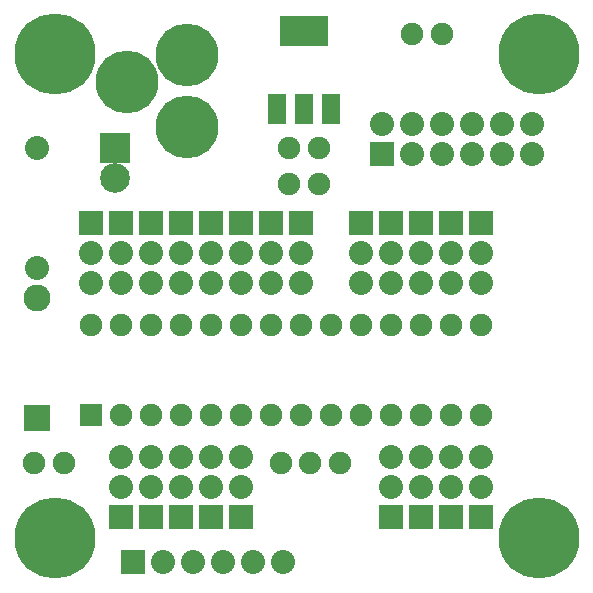
<source format=gts>
G04 (created by PCBNEW (2013-05-31 BZR 4019)-stable) date 9/24/2013 7:23:39 PM*
%MOIN*%
G04 Gerber Fmt 3.4, Leading zero omitted, Abs format*
%FSLAX34Y34*%
G01*
G70*
G90*
G04 APERTURE LIST*
%ADD10C,0.00590551*%
%ADD11R,0.164X0.1*%
%ADD12R,0.06X0.1*%
%ADD13C,0.27*%
%ADD14C,0.075*%
%ADD15R,0.075X0.075*%
%ADD16R,0.0987X0.0987*%
%ADD17C,0.0987*%
%ADD18R,0.08X0.08*%
%ADD19C,0.08*%
%ADD20C,0.09*%
%ADD21R,0.09X0.09*%
%ADD22C,0.209*%
G04 APERTURE END LIST*
G54D10*
G54D11*
X31553Y-16548D03*
G54D12*
X31553Y-19148D03*
X32453Y-19148D03*
X30653Y-19148D03*
G54D13*
X23228Y-17322D03*
X39370Y-17322D03*
X39370Y-33464D03*
G54D14*
X35153Y-16648D03*
X36153Y-16648D03*
X32053Y-20448D03*
X31053Y-20448D03*
X23553Y-30948D03*
X22553Y-30948D03*
X31053Y-21648D03*
X32053Y-21648D03*
X25453Y-29348D03*
X26453Y-29348D03*
X27453Y-29348D03*
X28453Y-29348D03*
X29453Y-29348D03*
X30453Y-29348D03*
X31453Y-29348D03*
X32453Y-29348D03*
X33453Y-29348D03*
X34453Y-29348D03*
X35453Y-29348D03*
X36453Y-29348D03*
X37453Y-29348D03*
G54D15*
X24453Y-29348D03*
G54D14*
X37453Y-26348D03*
X36453Y-26348D03*
X35453Y-26348D03*
X34453Y-26348D03*
X33453Y-26348D03*
X32453Y-26348D03*
X31453Y-26348D03*
X30453Y-26348D03*
X29453Y-26348D03*
X28453Y-26348D03*
X27453Y-26348D03*
X26453Y-26348D03*
X25453Y-26348D03*
X24453Y-26348D03*
G54D16*
X25253Y-20448D03*
G54D17*
X25253Y-21448D03*
G54D18*
X25846Y-34251D03*
G54D19*
X26846Y-34251D03*
X27846Y-34251D03*
X28846Y-34251D03*
X29846Y-34251D03*
X30846Y-34251D03*
G54D18*
X29453Y-32748D03*
G54D19*
X29453Y-31748D03*
X29453Y-30748D03*
G54D18*
X33453Y-22948D03*
G54D19*
X33453Y-23948D03*
X33453Y-24948D03*
G54D18*
X34453Y-22948D03*
G54D19*
X34453Y-23948D03*
X34453Y-24948D03*
G54D18*
X35453Y-22948D03*
G54D19*
X35453Y-23948D03*
X35453Y-24948D03*
G54D18*
X36453Y-22948D03*
G54D19*
X36453Y-23948D03*
X36453Y-24948D03*
G54D18*
X37453Y-22948D03*
G54D19*
X37453Y-23948D03*
X37453Y-24948D03*
G54D18*
X37453Y-32748D03*
G54D19*
X37453Y-31748D03*
X37453Y-30748D03*
G54D18*
X36453Y-32748D03*
G54D19*
X36453Y-31748D03*
X36453Y-30748D03*
G54D18*
X35453Y-32748D03*
G54D19*
X35453Y-31748D03*
X35453Y-30748D03*
G54D18*
X34453Y-32748D03*
G54D19*
X34453Y-31748D03*
X34453Y-30748D03*
G54D18*
X29453Y-22948D03*
G54D19*
X29453Y-23948D03*
X29453Y-24948D03*
G54D18*
X28453Y-32748D03*
G54D19*
X28453Y-31748D03*
X28453Y-30748D03*
G54D18*
X27453Y-32748D03*
G54D19*
X27453Y-31748D03*
X27453Y-30748D03*
G54D18*
X26453Y-32748D03*
G54D19*
X26453Y-31748D03*
X26453Y-30748D03*
G54D18*
X25453Y-32748D03*
G54D19*
X25453Y-31748D03*
X25453Y-30748D03*
G54D18*
X24453Y-22948D03*
G54D19*
X24453Y-23948D03*
X24453Y-24948D03*
G54D18*
X25453Y-22948D03*
G54D19*
X25453Y-23948D03*
X25453Y-24948D03*
G54D18*
X26453Y-22948D03*
G54D19*
X26453Y-23948D03*
X26453Y-24948D03*
G54D18*
X27453Y-22948D03*
G54D19*
X27453Y-23948D03*
X27453Y-24948D03*
G54D18*
X28453Y-22948D03*
G54D19*
X28453Y-23948D03*
X28453Y-24948D03*
G54D20*
X22653Y-25448D03*
G54D21*
X22653Y-29448D03*
G54D19*
X22653Y-20448D03*
X22653Y-24448D03*
G54D18*
X30453Y-22948D03*
G54D19*
X30453Y-23948D03*
X30453Y-24948D03*
G54D18*
X31453Y-22948D03*
G54D19*
X31453Y-23948D03*
X31453Y-24948D03*
G54D13*
X23228Y-33464D03*
G54D14*
X32737Y-30948D03*
X30769Y-30948D03*
X31753Y-30948D03*
G54D18*
X34153Y-20648D03*
G54D19*
X34153Y-19648D03*
X35153Y-20648D03*
X35153Y-19648D03*
X36153Y-20648D03*
X36153Y-19648D03*
X37153Y-20648D03*
X37153Y-19648D03*
X38153Y-20648D03*
X38153Y-19648D03*
X39153Y-20648D03*
X39153Y-19648D03*
G54D22*
X27650Y-17350D03*
X27650Y-19750D03*
X25650Y-18250D03*
M02*

</source>
